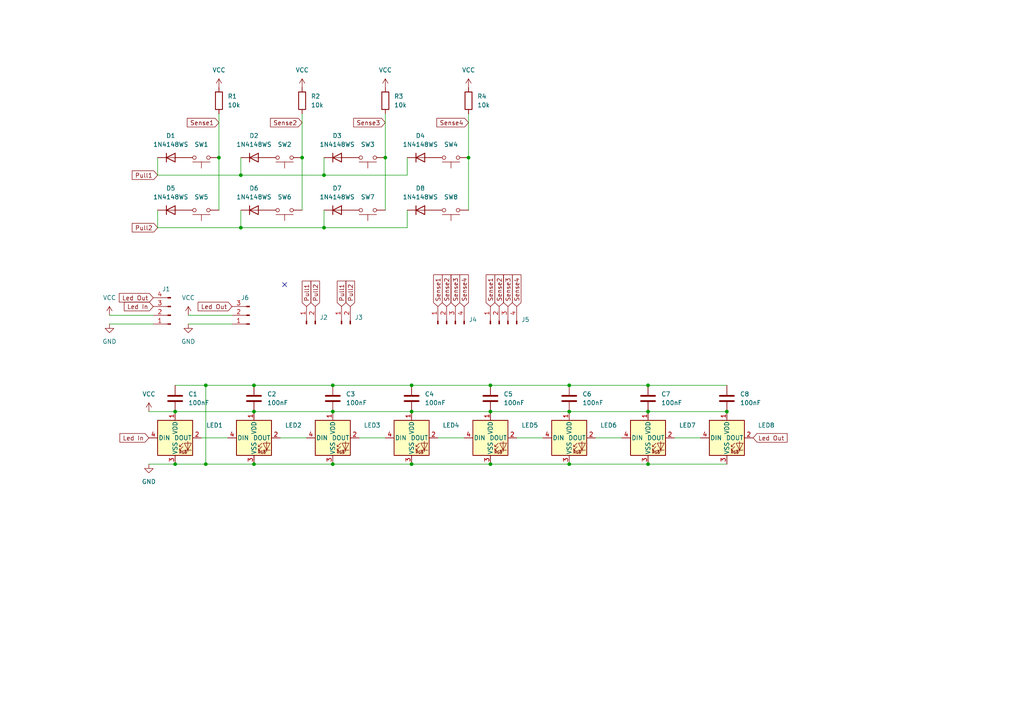
<source format=kicad_sch>
(kicad_sch (version 20230121) (generator eeschema)
  (paper "A4")
  (lib_symbols
    (symbol "Connector:Conn_01x02_Pin" (pin_names (offset 1.016) hide)
      (property "Reference" "J" (at 0 2.54 0))
      (property "Value" "Conn_01x02_Pin" (at 0 -5.08 0))
      (symbol "Conn_01x02_Pin_1_1"
        (polyline (pts (xy 1.27 -2.54) (xy 0.8636 -2.54)) (stroke (width 0.1524)))
        (polyline (pts (xy 1.27 0) (xy 0.8636 0)) (stroke (width 0.1524)))
        (rectangle (start 0.8636 -2.413) (end 0 -2.667) (stroke (width 0.1524)) (fill (type outline)))
        (rectangle (start 0.8636 0.127) (end 0 -0.127) (stroke (width 0.1524)) (fill (type outline)))
        (pin passive line (at 5.08 0 180) (length 3.81) (name "Pin_1") (number "1"))
        (pin passive line (at 5.08 -2.54 180) (length 3.81) (name "Pin_2") (number "2"))
      )
    )
    (symbol "Connector:Conn_01x03_Pin" (pin_names (offset 1.016) hide)
      (property "Reference" "J" (at 0 5.08 0))
      (property "Value" "Conn_01x03_Pin" (at 0 -5.08 0))
      (symbol "Conn_01x03_Pin_1_1"
        (polyline (pts (xy 1.27 -2.54) (xy 0.8636 -2.54)) (stroke (width 0.1524)))
        (polyline (pts (xy 1.27 0) (xy 0.8636 0)) (stroke (width 0.1524)))
        (polyline (pts (xy 1.27 2.54) (xy 0.8636 2.54)) (stroke (width 0.1524)))
        (rectangle (start 0.8636 -2.413) (end 0 -2.667) (stroke (width 0.1524)) (fill (type outline)))
        (rectangle (start 0.8636 0.127) (end 0 -0.127) (stroke (width 0.1524)) (fill (type outline)))
        (rectangle (start 0.8636 2.667) (end 0 2.413) (stroke (width 0.1524)) (fill (type outline)))
        (pin passive line (at 5.08 2.54 180) (length 3.81) (name "Pin_1") (number "1"))
        (pin passive line (at 5.08 0 180) (length 3.81) (name "Pin_2") (number "2"))
        (pin passive line (at 5.08 -2.54 180) (length 3.81) (name "Pin_3") (number "3"))
      )
    )
    (symbol "Connector:Conn_01x04_Pin" (pin_names (offset 1.016) hide)
      (property "Reference" "J" (at 0 5.08 0))
      (property "Value" "Conn_01x04_Pin" (at 0 -7.62 0))
      (symbol "Conn_01x04_Pin_1_1"
        (polyline (pts (xy 1.27 -5.08) (xy 0.8636 -5.08)) (stroke (width 0.1524)))
        (polyline (pts (xy 1.27 -2.54) (xy 0.8636 -2.54)) (stroke (width 0.1524)))
        (polyline (pts (xy 1.27 0) (xy 0.8636 0)) (stroke (width 0.1524)))
        (polyline (pts (xy 1.27 2.54) (xy 0.8636 2.54)) (stroke (width 0.1524)))
        (rectangle (start 0.8636 -4.953) (end 0 -5.207) (stroke (width 0.1524)) (fill (type outline)))
        (rectangle (start 0.8636 -2.413) (end 0 -2.667) (stroke (width 0.1524)) (fill (type outline)))
        (rectangle (start 0.8636 0.127) (end 0 -0.127) (stroke (width 0.1524)) (fill (type outline)))
        (rectangle (start 0.8636 2.667) (end 0 2.413) (stroke (width 0.1524)) (fill (type outline)))
        (pin passive line (at 5.08 2.54 180) (length 3.81) (name "Pin_1") (number "1"))
        (pin passive line (at 5.08 0 180) (length 3.81) (name "Pin_2") (number "2"))
        (pin passive line (at 5.08 -2.54 180) (length 3.81) (name "Pin_3") (number "3"))
        (pin passive line (at 5.08 -5.08 180) (length 3.81) (name "Pin_4") (number "4"))
      )
    )
    (symbol "Device:C" (pin_numbers hide) (pin_names (offset 0.254))
      (property "Reference" "C" (at 0.635 2.54 0))
      (property "Value" "C" (at 0.635 -2.54 0))
      (symbol "C_0_1"
        (polyline (pts (xy -2.032 -0.762) (xy 2.032 -0.762)) (stroke (width 0.508)))
        (polyline (pts (xy -2.032 0.762) (xy 2.032 0.762)) (stroke (width 0.508)))
      )
      (symbol "C_1_1"
        (pin passive line (at 0 3.81 270) (length 2.794) (name "~") (number "1"))
        (pin passive line (at 0 -3.81 90) (length 2.794) (name "~") (number "2"))
      )
    )
    (symbol "Device:R" (pin_numbers hide) (pin_names (offset 0))
      (property "Reference" "R" (at 2.032 0 90))
      (property "Value" "R" (at 0 0 90))
      (symbol "R_0_1"
        (rectangle (start -1.016 -2.54) (end 1.016 2.54) (stroke (width 0.254)))
      )
      (symbol "R_1_1"
        (pin passive line (at 0 3.81 270) (length 1.27) (name "~") (number "1"))
        (pin passive line (at 0 -3.81 90) (length 1.27) (name "~") (number "2"))
      )
    )
    (symbol "Diode:1N4148WS" (pin_numbers hide) (pin_names hide)
      (property "Reference" "D" (at 0 2.54 0))
      (property "Value" "1N4148WS" (at 0 -2.54 0))
      (symbol "1N4148WS_0_1"
        (polyline (pts (xy -1.27 1.27) (xy -1.27 -1.27)) (stroke (width 0.254)))
        (polyline (pts (xy 1.27 0) (xy -1.27 0)))
        (polyline (pts (xy 1.27 1.27) (xy 1.27 -1.27) (xy -1.27 0) (xy 1.27 1.27)) (stroke (width 0.254)))
      )
      (symbol "1N4148WS_1_1"
        (pin passive line (at -3.81 0 0) (length 2.54) (name "K") (number "1"))
        (pin passive line (at 3.81 0 180) (length 2.54) (name "A") (number "2"))
      )
    )
    (symbol "LED:WS2812B" (pin_names (offset 0.254))
      (property "Reference" "D" (at 5.08 5.715 0))
      (property "Value" "WS2812B" (at 1.27 -5.715 0))
      (symbol "WS2812B_0_0"
        (text "RGB" (at 2.286 -4.191 0) (effects (font (size 0.762 0.762))))
      )
      (symbol "WS2812B_0_1"
        (polyline (pts (xy 1.27 -3.556) (xy 1.778 -3.556)))
        (polyline (pts (xy 1.27 -2.54) (xy 1.778 -2.54)))
        (polyline (pts (xy 4.699 -3.556) (xy 2.667 -3.556)))
        (polyline (pts (xy 2.286 -2.54) (xy 1.27 -3.556) (xy 1.27 -3.048)))
        (polyline (pts (xy 2.286 -1.524) (xy 1.27 -2.54) (xy 1.27 -2.032)))
        (polyline (pts (xy 3.683 -1.016) (xy 3.683 -3.556) (xy 3.683 -4.064)))
        (polyline (pts (xy 4.699 -1.524) (xy 2.667 -1.524) (xy 3.683 -3.556) (xy 4.699 -1.524)))
        (rectangle (start 5.08 5.08) (end -5.08 -5.08) (stroke (width 0.254)) (fill (type background)))
      )
      (symbol "WS2812B_1_1"
        (pin power_in line (at 0 7.62 270) (length 2.54) (name "VDD") (number "1"))
        (pin output line (at 7.62 0 180) (length 2.54) (name "DOUT") (number "2"))
        (pin power_in line (at 0 -7.62 90) (length 2.54) (name "VSS") (number "3"))
        (pin input line (at -7.62 0 0) (length 2.54) (name "DIN") (number "4"))
      )
    )
    (symbol "Switch:SW_Push" (pin_numbers hide) (pin_names (offset 1.016) hide)
      (property "Reference" "SW" (at 1.27 2.54 0))
      (property "Value" "SW_Push" (at 0 -1.524 0))
      (symbol "SW_Push_0_1"
        (circle (center -2.032 0) (radius 0.508))
        (polyline (pts (xy 0 1.27) (xy 0 3.048)))
        (polyline (pts (xy 2.54 1.27) (xy -2.54 1.27)))
        (circle (center 2.032 0) (radius 0.508))
        (pin passive line (at -5.08 0 0) (length 2.54) (name "1") (number "1"))
        (pin passive line (at 5.08 0 180) (length 2.54) (name "2") (number "2"))
      )
    )
    (symbol "power:GND" (power) (pin_names (offset 0))
      (property "Value" "GND" (at 0 -3.81 0))
      (symbol "GND_0_1"
        (polyline (pts (xy 0 0) (xy 0 -1.27) (xy 1.27 -1.27) (xy 0 -2.54) (xy -1.27 -1.27) (xy 0 -1.27)))
      )
      (symbol "GND_1_1"
        (pin power_in line (at 0 0 270) (length 0) hide (name "GND") (number "1"))
      )
    )
    (symbol "power:VCC" (power) (pin_names (offset 0))
      (property "Value" "VCC" (at 0 3.81 0))
      (symbol "VCC_0_1"
        (polyline (pts (xy -0.762 1.27) (xy 0 2.54)))
        (polyline (pts (xy 0 0) (xy 0 2.54)))
        (polyline (pts (xy 0 2.54) (xy 0.762 1.27)))
      )
      (symbol "VCC_1_1"
        (pin power_in line (at 0 0 90) (length 0) hide (name "VCC") (number "1"))
      )
    )
  )
  (junction (at 73.66 119.38))
  (junction (at 73.66 111.76))
  (junction (at 111.76 45.72))
  (junction (at 69.85 50.8))
  (junction (at 165.1 119.38))
  (junction (at 96.52 111.76))
  (junction (at 73.66 134.62))
  (junction (at 165.1 111.76))
  (junction (at 96.52 119.38))
  (junction (at 63.5 45.72))
  (junction (at 87.63 45.72))
  (junction (at 142.24 119.38))
  (junction (at 59.69 134.62))
  (junction (at 96.52 134.62))
  (junction (at 119.38 111.76))
  (junction (at 187.96 119.38))
  (junction (at 119.38 119.38))
  (junction (at 59.69 111.76))
  (junction (at 135.89 45.72))
  (junction (at 187.96 134.62))
  (junction (at 210.82 119.38))
  (junction (at 93.98 66.04))
  (junction (at 165.1 134.62))
  (junction (at 142.24 111.76))
  (junction (at 69.85 66.04))
  (junction (at 50.8 119.38))
  (junction (at 142.24 134.62))
  (junction (at 50.8 134.62))
  (junction (at 119.38 134.62))
  (junction (at 187.96 111.76))
  (junction (at 93.98 50.8))
  (no_connect (at 82.55 82.55))
  (wire (pts (xy 187.96 119.38) (xy 210.82 119.38)))
  (wire (pts (xy 187.96 111.76) (xy 210.82 111.76)))
  (wire (pts (xy 43.18 134.62) (xy 50.8 134.62)))
  (wire (pts (xy 118.11 45.72) (xy 118.11 50.8)))
  (wire (pts (xy 63.5 45.72) (xy 63.5 60.96)))
  (wire (pts (xy 59.69 134.62) (xy 73.66 134.62)))
  (wire (pts (xy 31.75 93.98) (xy 44.45 93.98)))
  (wire (pts (xy 96.52 134.62) (xy 119.38 134.62)))
  (wire (pts (xy 127 127) (xy 134.62 127)))
  (wire (pts (xy 45.72 45.72) (xy 45.72 50.8)))
  (wire (pts (xy 63.5 33.02) (xy 63.5 45.72)))
  (wire (pts (xy 142.24 134.62) (xy 165.1 134.62)))
  (wire (pts (xy 50.8 134.62) (xy 59.69 134.62)))
  (wire (pts (xy 73.66 134.62) (xy 96.52 134.62)))
  (wire (pts (xy 73.66 111.76) (xy 96.52 111.76)))
  (wire (pts (xy 58.42 127) (xy 66.04 127)))
  (wire (pts (xy 59.69 111.76) (xy 59.69 134.62)))
  (wire (pts (xy 69.85 45.72) (xy 69.85 50.8)))
  (wire (pts (xy 118.11 60.96) (xy 118.11 66.04)))
  (wire (pts (xy 50.8 111.76) (xy 59.69 111.76)))
  (wire (pts (xy 31.75 91.44) (xy 44.45 91.44)))
  (wire (pts (xy 50.8 119.38) (xy 73.66 119.38)))
  (wire (pts (xy 81.28 127) (xy 88.9 127)))
  (wire (pts (xy 96.52 111.76) (xy 119.38 111.76)))
  (wire (pts (xy 119.38 111.76) (xy 142.24 111.76)))
  (wire (pts (xy 69.85 60.96) (xy 69.85 66.04)))
  (wire (pts (xy 45.72 60.96) (xy 45.72 66.04)))
  (wire (pts (xy 93.98 60.96) (xy 93.98 66.04)))
  (wire (pts (xy 165.1 134.62) (xy 187.96 134.62)))
  (wire (pts (xy 135.89 33.02) (xy 135.89 45.72)))
  (wire (pts (xy 96.52 119.38) (xy 119.38 119.38)))
  (wire (pts (xy 69.85 66.04) (xy 93.98 66.04)))
  (wire (pts (xy 119.38 119.38) (xy 142.24 119.38)))
  (wire (pts (xy 73.66 119.38) (xy 96.52 119.38)))
  (wire (pts (xy 93.98 50.8) (xy 118.11 50.8)))
  (wire (pts (xy 142.24 119.38) (xy 165.1 119.38)))
  (wire (pts (xy 165.1 111.76) (xy 187.96 111.76)))
  (wire (pts (xy 149.86 127) (xy 157.48 127)))
  (wire (pts (xy 165.1 119.38) (xy 187.96 119.38)))
  (wire (pts (xy 43.18 119.38) (xy 50.8 119.38)))
  (wire (pts (xy 69.85 50.8) (xy 93.98 50.8)))
  (wire (pts (xy 45.72 50.8) (xy 69.85 50.8)))
  (wire (pts (xy 59.69 111.76) (xy 73.66 111.76)))
  (wire (pts (xy 87.63 45.72) (xy 87.63 60.96)))
  (wire (pts (xy 135.89 45.72) (xy 135.89 60.96)))
  (wire (pts (xy 54.61 91.44) (xy 67.31 91.44)))
  (wire (pts (xy 142.24 111.76) (xy 165.1 111.76)))
  (wire (pts (xy 54.61 93.98) (xy 67.31 93.98)))
  (wire (pts (xy 195.58 127) (xy 203.2 127)))
  (wire (pts (xy 111.76 33.02) (xy 111.76 45.72)))
  (wire (pts (xy 119.38 134.62) (xy 142.24 134.62)))
  (wire (pts (xy 172.72 127) (xy 180.34 127)))
  (wire (pts (xy 93.98 45.72) (xy 93.98 50.8)))
  (wire (pts (xy 104.14 127) (xy 111.76 127)))
  (wire (pts (xy 93.98 66.04) (xy 118.11 66.04)))
  (wire (pts (xy 87.63 33.02) (xy 87.63 45.72)))
  (wire (pts (xy 45.72 66.04) (xy 69.85 66.04)))
  (wire (pts (xy 111.76 45.72) (xy 111.76 60.96)))
  (wire (pts (xy 187.96 134.62) (xy 210.82 134.62)))
  (global_label "Pull1" (shape input) (at 99.06 88.9 90) (property "Intersheetrefs" "${INTERSHEET_REFS}" (effects hide)))
  (global_label "Sense2" (shape input) (at 144.78 88.9 90) (property "Intersheetrefs" "${INTERSHEET_REFS}" (effects hide)))
  (global_label "Sense1" (shape input) (at 127 88.9 90) (property "Intersheetrefs" "${INTERSHEET_REFS}" (effects hide)))
  (global_label "Sense4" (shape input) (at 149.86 88.9 90) (property "Intersheetrefs" "${INTERSHEET_REFS}" (effects hide)))
  (global_label "Pull2" (shape input) (at 101.6 88.9 90) (property "Intersheetrefs" "${INTERSHEET_REFS}" (effects hide)))
  (global_label "Sense1" (shape input) (at 142.24 88.9 90) (property "Intersheetrefs" "${INTERSHEET_REFS}" (effects hide)))
  (global_label "Sense1" (shape input) (at 63.5 35.56 180) (property "Intersheetrefs" "${INTERSHEET_REFS}" (effects hide)))
  (global_label "Led In" (shape input) (at 43.18 127 180) (property "Intersheetrefs" "${INTERSHEET_REFS}" (effects hide)))
  (global_label "Led Out" (shape input) (at 44.45 86.36 180) (property "Intersheetrefs" "${INTERSHEET_REFS}" (effects hide)))
  (global_label "Sense3" (shape input) (at 147.32 88.9 90) (property "Intersheetrefs" "${INTERSHEET_REFS}" (effects hide)))
  (global_label "Sense2" (shape input) (at 129.54 88.9 90) (property "Intersheetrefs" "${INTERSHEET_REFS}" (effects hide)))
  (global_label "Sense3" (shape input) (at 111.76 35.56 180) (property "Intersheetrefs" "${INTERSHEET_REFS}" (effects hide)))
  (global_label "Sense4" (shape input) (at 135.89 35.56 180) (property "Intersheetrefs" "${INTERSHEET_REFS}" (effects hide)))
  (global_label "Pull2" (shape input) (at 91.44 88.9 90) (property "Intersheetrefs" "${INTERSHEET_REFS}" (effects hide)))
  (global_label "Led Out" (shape input) (at 218.44 127 0) (property "Intersheetrefs" "${INTERSHEET_REFS}" (effects hide)))
  (global_label "Sense4" (shape input) (at 134.62 88.9 90) (property "Intersheetrefs" "${INTERSHEET_REFS}" (effects hide)))
  (global_label "Pull1" (shape input) (at 45.72 50.8 180) (property "Intersheetrefs" "${INTERSHEET_REFS}" (effects hide)))
  (global_label "Led Out" (shape input) (at 67.31 88.9 180) (property "Intersheetrefs" "${INTERSHEET_REFS}" (effects hide)))
  (global_label "Pull2" (shape input) (at 45.72 66.04 180) (property "Intersheetrefs" "${INTERSHEET_REFS}" (effects hide)))
  (global_label "Pull1" (shape input) (at 88.9 88.9 90) (property "Intersheetrefs" "${INTERSHEET_REFS}" (effects hide)))
  (global_label "Sense2" (shape input) (at 87.63 35.56 180) (property "Intersheetrefs" "${INTERSHEET_REFS}" (effects hide)))
  (global_label "Sense3" (shape input) (at 132.08 88.9 90) (property "Intersheetrefs" "${INTERSHEET_REFS}" (effects hide)))
  (global_label "Led In" (shape input) (at 44.45 88.9 180) (property "Intersheetrefs" "${INTERSHEET_REFS}" (effects hide)))
  (symbol (lib_id "power:VCC") (at 111.76 25.4 0) (unit 1)
    (property "Reference" "#PWR05" (effects hide))
    (property "Value" "VCC" (at 111.76 20.32 0))
  )
  (symbol (lib_id "Device:R") (at 87.63 29.21 0) (unit 1)
    (property "Reference" "R2" (at 90.17 27.94 0) (effects (justify left)))
    (property "Value" "10k" (at 90.17 30.48 0) (effects (justify left)))
    (property "Footprint" "Resistor_SMD:R_0805_2012Metric_Pad1.20x1.40mm_HandSolder" (effects hide))
  )
  (symbol (lib_id "Diode:1N4148WS") (at 73.66 45.72 0) (unit 1)
    (property "Reference" "D2" (at 73.66 39.37 0))
    (property "Value" "1N4148WS" (at 73.66 41.91 0))
    (property "Footprint" "Diode_SMD:D_SOD-323" (effects hide))
    (property "Datasheet" "https://www.vishay.com/docs/85751/1n4148ws.pdf" (effects hide))
    (property "Sim.Device" "D" (effects hide))
    (property "Sim.Pins" "1=K 2=A" (effects hide))
  )
  (symbol (lib_id "Connector:Conn_01x02_Pin") (at 88.9 93.98 90) (unit 1)
    (property "Reference" "J2" (at 92.71 92.075 90) (effects (justify right)))
    (property "Value" "Conn_01x02_Pin" (effects hide))
    (property "Footprint" "Connector_PinHeader_2.54mm:PinHeader_1x02_P2.54mm_Vertical" (effects hide))
  )
  (symbol (lib_id "Connector:Conn_01x04_Pin") (at 129.54 93.98 90) (unit 1)
    (property "Reference" "J4" (at 137.16 92.71 90))
    (property "Value" "Conn_01x04_Pin" (effects hide))
    (property "Footprint" "Connector_PinHeader_2.54mm:PinHeader_1x04_P2.54mm_Vertical" (effects hide))
  )
  (symbol (lib_id "power:VCC") (at 54.61 91.44 0) (unit 1)
    (property "Reference" "#PWR09" (effects hide))
    (property "Value" "VCC" (at 54.61 86.36 0))
  )
  (symbol (lib_id "Diode:1N4148WS") (at 121.92 45.72 0) (unit 1)
    (property "Reference" "D4" (at 121.92 39.37 0))
    (property "Value" "1N4148WS" (at 121.92 41.91 0))
    (property "Footprint" "Diode_SMD:D_SOD-323" (effects hide))
    (property "Datasheet" "https://www.vishay.com/docs/85751/1n4148ws.pdf" (effects hide))
    (property "Sim.Device" "D" (effects hide))
    (property "Sim.Pins" "1=K 2=A" (effects hide))
  )
  (symbol (lib_id "Device:R") (at 135.89 29.21 0) (unit 1)
    (property "Reference" "R4" (at 138.43 27.94 0) (effects (justify left)))
    (property "Value" "10k" (at 138.43 30.48 0) (effects (justify left)))
    (property "Footprint" "Resistor_SMD:R_0805_2012Metric_Pad1.20x1.40mm_HandSolder" (effects hide))
  )
  (symbol (lib_id "Connector:Conn_01x04_Pin") (at 144.78 93.98 90) (unit 1)
    (property "Reference" "J5" (at 152.4 92.71 90))
    (property "Value" "Conn_01x04_Pin" (effects hide))
    (property "Footprint" "Connector_PinHeader_2.54mm:PinHeader_1x04_P2.54mm_Vertical" (effects hide))
  )
  (symbol (lib_id "Device:R") (at 63.5 29.21 0) (unit 1)
    (property "Reference" "R1" (at 66.04 27.94 0) (effects (justify left)))
    (property "Value" "10k" (at 66.04 30.48 0) (effects (justify left)))
    (property "Footprint" "Resistor_SMD:R_0805_2012Metric_Pad1.20x1.40mm_HandSolder" (effects hide))
  )
  (symbol (lib_id "Switch:SW_Push") (at 82.55 60.96 180) (unit 1)
    (property "Reference" "SW6" (at 82.55 57.15 0))
    (property "Value" "SW_Push" (effects hide))
    (property "Footprint" "Button_Switch_Keyboard:SW_Cherry_MX_1.00u_PCB" (effects hide))
  )
  (symbol (lib_id "Diode:1N4148WS") (at 97.79 45.72 0) (unit 1)
    (property "Reference" "D3" (at 97.79 39.37 0))
    (property "Value" "1N4148WS" (at 97.79 41.91 0))
    (property "Footprint" "Diode_SMD:D_SOD-323" (effects hide))
    (property "Datasheet" "https://www.vishay.com/docs/85751/1n4148ws.pdf" (effects hide))
    (property "Sim.Device" "D" (effects hide))
    (property "Sim.Pins" "1=K 2=A" (effects hide))
  )
  (symbol (lib_id "Switch:SW_Push") (at 106.68 60.96 180) (unit 1)
    (property "Reference" "SW7" (at 106.68 57.15 0))
    (property "Value" "SW_Push" (effects hide))
    (property "Footprint" "Button_Switch_Keyboard:SW_Cherry_MX_1.00u_PCB" (effects hide))
  )
  (symbol (lib_id "Diode:1N4148WS") (at 121.92 60.96 0) (unit 1)
    (property "Reference" "D8" (at 121.92 54.61 0))
    (property "Value" "1N4148WS" (at 121.92 57.15 0))
    (property "Footprint" "Diode_SMD:D_SOD-323" (effects hide))
    (property "Datasheet" "https://www.vishay.com/docs/85751/1n4148ws.pdf" (effects hide))
    (property "Sim.Device" "D" (effects hide))
    (property "Sim.Pins" "1=K 2=A" (effects hide))
  )
  (symbol (lib_id "Switch:SW_Push") (at 130.81 60.96 180) (unit 1)
    (property "Reference" "SW8" (at 130.81 57.15 0))
    (property "Value" "SW_Push" (effects hide))
    (property "Footprint" "Button_Switch_Keyboard:SW_Cherry_MX_1.00u_PCB" (effects hide))
  )
  (symbol (lib_id "power:VCC") (at 31.75 91.44 0) (unit 1)
    (property "Reference" "#PWR08" (effects hide))
    (property "Value" "VCC" (at 31.75 86.36 0))
  )
  (symbol (lib_id "Connector:Conn_01x02_Pin") (at 99.06 93.98 90) (unit 1)
    (property "Reference" "J3" (at 102.87 92.075 90) (effects (justify right)))
    (property "Value" "Conn_01x02_Pin" (effects hide))
    (property "Footprint" "Connector_PinHeader_2.54mm:PinHeader_1x02_P2.54mm_Vertical" (effects hide))
  )
  (symbol (lib_id "Connector:Conn_01x04_Pin") (at 49.53 91.44 180) (unit 1)
    (property "Reference" "J1" (at 46.99 83.82 0) (effects (justify right)))
    (property "Value" "Conn_01x04_Pin" (effects hide))
    (property "Footprint" "Connector_PinHeader_2.54mm:PinHeader_1x04_P2.54mm_Vertical" (effects hide))
  )
  (symbol (lib_id "Device:C") (at 210.82 115.57 0) (unit 1)
    (property "Reference" "C8" (at 214.63 114.3 0) (effects (justify left)))
    (property "Value" "100nF" (at 214.63 116.84 0) (effects (justify left)))
    (property "Footprint" "Capacitor_SMD:C_0805_2012Metric_Pad1.18x1.45mm_HandSolder" (effects hide))
  )
  (symbol (lib_id "LED:WS2812B") (at 96.52 127 0) (unit 1)
    (property "Reference" "LED3" (at 107.95 123.3521 0))
    (property "Value" "WS2812B" (effects hide))
    (property "Footprint" "Library:WS2812_embedded" (effects hide))
    (property "Datasheet" "https://cdn-shop.adafruit.com/datasheets/WS2812B.pdf" (effects hide))
  )
  (symbol (lib_id "LED:WS2812B") (at 142.24 127 0) (unit 1)
    (property "Reference" "LED5" (at 153.67 123.3521 0))
    (property "Value" "WS2812B" (effects hide))
    (property "Footprint" "Library:WS2812_embedded" (effects hide))
    (property "Datasheet" "https://cdn-shop.adafruit.com/datasheets/WS2812B.pdf" (effects hide))
  )
  (symbol (lib_id "power:VCC") (at 87.63 25.4 0) (unit 1)
    (property "Reference" "#PWR04" (effects hide))
    (property "Value" "VCC" (at 87.63 20.32 0))
  )
  (symbol (lib_id "Diode:1N4148WS") (at 97.79 60.96 0) (unit 1)
    (property "Reference" "D7" (at 97.79 54.61 0))
    (property "Value" "1N4148WS" (at 97.79 57.15 0))
    (property "Footprint" "Diode_SMD:D_SOD-323" (effects hide))
    (property "Datasheet" "https://www.vishay.com/docs/85751/1n4148ws.pdf" (effects hide))
    (property "Sim.Device" "D" (effects hide))
    (property "Sim.Pins" "1=K 2=A" (effects hide))
  )
  (symbol (lib_id "Switch:SW_Push") (at 130.81 45.72 180) (unit 1)
    (property "Reference" "SW4" (at 130.81 41.91 0))
    (property "Value" "SW_Push" (effects hide))
    (property "Footprint" "Button_Switch_Keyboard:SW_Cherry_MX_1.00u_PCB" (effects hide))
  )
  (symbol (lib_id "power:GND") (at 54.61 93.98 0) (mirror y) (unit 1)
    (property "Reference" "#PWR010" (effects hide))
    (property "Value" "GND" (at 54.61 99.06 0))
  )
  (symbol (lib_id "LED:WS2812B") (at 73.66 127 0) (unit 1)
    (property "Reference" "LED2" (at 85.09 123.3521 0))
    (property "Value" "WS2812B" (effects hide))
    (property "Footprint" "Library:WS2812_embedded" (effects hide))
    (property "Datasheet" "https://cdn-shop.adafruit.com/datasheets/WS2812B.pdf" (effects hide))
  )
  (symbol (lib_id "Diode:1N4148WS") (at 73.66 60.96 0) (unit 1)
    (property "Reference" "D6" (at 73.66 54.61 0))
    (property "Value" "1N4148WS" (at 73.66 57.15 0))
    (property "Footprint" "Diode_SMD:D_SOD-323" (effects hide))
    (property "Datasheet" "https://www.vishay.com/docs/85751/1n4148ws.pdf" (effects hide))
    (property "Sim.Device" "D" (effects hide))
    (property "Sim.Pins" "1=K 2=A" (effects hide))
  )
  (symbol (lib_id "Switch:SW_Push") (at 58.42 60.96 180) (unit 1)
    (property "Reference" "SW5" (at 58.42 57.15 0))
    (property "Value" "SW_Push" (effects hide))
    (property "Footprint" "Button_Switch_Keyboard:SW_Cherry_MX_1.00u_PCB" (effects hide))
  )
  (symbol (lib_id "Device:C") (at 50.8 115.57 0) (unit 1)
    (property "Reference" "C1" (at 54.61 114.3 0) (effects (justify left)))
    (property "Value" "100nF" (at 54.61 116.84 0) (effects (justify left)))
    (property "Footprint" "Capacitor_SMD:C_0805_2012Metric_Pad1.18x1.45mm_HandSolder" (effects hide))
  )
  (symbol (lib_id "LED:WS2812B") (at 165.1 127 0) (unit 1)
    (property "Reference" "LED6" (at 176.53 123.3521 0))
    (property "Value" "WS2812B" (effects hide))
    (property "Footprint" "Library:WS2812_embedded" (effects hide))
    (property "Datasheet" "https://cdn-shop.adafruit.com/datasheets/WS2812B.pdf" (effects hide))
  )
  (symbol (lib_id "LED:WS2812B") (at 187.96 127 0) (unit 1)
    (property "Reference" "LED7" (at 199.39 123.3521 0))
    (property "Value" "WS2812B" (effects hide))
    (property "Footprint" "Library:WS2812_embedded" (effects hide))
    (property "Datasheet" "https://cdn-shop.adafruit.com/datasheets/WS2812B.pdf" (effects hide))
  )
  (symbol (lib_id "Device:C") (at 96.52 115.57 0) (unit 1)
    (property "Reference" "C3" (at 100.33 114.3 0) (effects (justify left)))
    (property "Value" "100nF" (at 100.33 116.84 0) (effects (justify left)))
    (property "Footprint" "Capacitor_SMD:C_0805_2012Metric_Pad1.18x1.45mm_HandSolder" (effects hide))
  )
  (symbol (lib_id "LED:WS2812B") (at 50.8 127 0) (unit 1)
    (property "Reference" "LED1" (at 62.23 123.3521 0))
    (property "Value" "WS2812B" (effects hide))
    (property "Footprint" "Library:WS2812_embedded" (effects hide))
    (property "Datasheet" "https://cdn-shop.adafruit.com/datasheets/WS2812B.pdf" (effects hide))
  )
  (symbol (lib_id "power:VCC") (at 63.5 25.4 0) (unit 1)
    (property "Reference" "#PWR03" (effects hide))
    (property "Value" "VCC" (at 63.5 20.32 0))
  )
  (symbol (lib_id "power:GND") (at 43.18 134.62 0) (mirror y) (unit 1)
    (property "Reference" "#PWR01" (effects hide))
    (property "Value" "GND" (at 43.18 139.7 0))
  )
  (symbol (lib_id "Device:C") (at 142.24 115.57 0) (unit 1)
    (property "Reference" "C5" (at 146.05 114.3 0) (effects (justify left)))
    (property "Value" "100nF" (at 146.05 116.84 0) (effects (justify left)))
    (property "Footprint" "Capacitor_SMD:C_0805_2012Metric_Pad1.18x1.45mm_HandSolder" (effects hide))
  )
  (symbol (lib_id "Device:C") (at 165.1 115.57 0) (unit 1)
    (property "Reference" "C6" (at 168.91 114.3 0) (effects (justify left)))
    (property "Value" "100nF" (at 168.91 116.84 0) (effects (justify left)))
    (property "Footprint" "Capacitor_SMD:C_0805_2012Metric_Pad1.18x1.45mm_HandSolder" (effects hide))
  )
  (symbol (lib_id "Diode:1N4148WS") (at 49.53 60.96 0) (unit 1)
    (property "Reference" "D5" (at 49.53 54.61 0))
    (property "Value" "1N4148WS" (at 49.53 57.15 0))
    (property "Footprint" "Diode_SMD:D_SOD-323" (effects hide))
    (property "Datasheet" "https://www.vishay.com/docs/85751/1n4148ws.pdf" (effects hide))
    (property "Sim.Device" "D" (effects hide))
    (property "Sim.Pins" "1=K 2=A" (effects hide))
  )
  (symbol (lib_id "Device:C") (at 119.38 115.57 0) (unit 1)
    (property "Reference" "C4" (at 123.19 114.3 0) (effects (justify left)))
    (property "Value" "100nF" (at 123.19 116.84 0) (effects (justify left)))
    (property "Footprint" "Capacitor_SMD:C_0805_2012Metric_Pad1.18x1.45mm_HandSolder" (effects hide))
  )
  (symbol (lib_id "Diode:1N4148WS") (at 49.53 45.72 0) (unit 1)
    (property "Reference" "D1" (at 49.53 39.37 0))
    (property "Value" "1N4148WS" (at 49.53 41.91 0))
    (property "Footprint" "Diode_SMD:D_SOD-323" (effects hide))
    (property "Datasheet" "https://www.vishay.com/docs/85751/1n4148ws.pdf" (effects hide))
    (property "Sim.Device" "D" (effects hide))
    (property "Sim.Pins" "1=K 2=A" (effects hide))
  )
  (symbol (lib_id "Device:C") (at 73.66 115.57 0) (unit 1)
    (property "Reference" "C2" (at 77.47 114.3 0) (effects (justify left)))
    (property "Value" "100nF" (at 77.47 116.84 0) (effects (justify left)))
    (property "Footprint" "Capacitor_SMD:C_0805_2012Metric_Pad1.18x1.45mm_HandSolder" (effects hide))
  )
  (symbol (lib_id "power:VCC") (at 135.89 25.4 0) (unit 1)
    (property "Reference" "#PWR06" (effects hide))
    (property "Value" "VCC" (at 135.89 20.32 0))
  )
  (symbol (lib_id "power:VCC") (at 43.18 119.38 0) (unit 1)
    (property "Reference" "#PWR02" (effects hide))
    (property "Value" "VCC" (at 43.18 114.3 0))
  )
  (symbol (lib_id "Switch:SW_Push") (at 82.55 45.72 180) (unit 1)
    (property "Reference" "SW2" (at 82.55 41.91 0))
    (property "Value" "SW_Push" (effects hide))
    (property "Footprint" "Button_Switch_Keyboard:SW_Cherry_MX_1.00u_PCB" (effects hide))
  )
  (symbol (lib_id "Device:R") (at 111.76 29.21 0) (unit 1)
    (property "Reference" "R3" (at 114.3 27.94 0) (effects (justify left)))
    (property "Value" "10k" (at 114.3 30.48 0) (effects (justify left)))
    (property "Footprint" "Resistor_SMD:R_0805_2012Metric_Pad1.20x1.40mm_HandSolder" (effects hide))
  )
  (symbol (lib_id "Switch:SW_Push") (at 106.68 45.72 180) (unit 1)
    (property "Reference" "SW3" (at 106.68 41.91 0))
    (property "Value" "SW_Push" (effects hide))
    (property "Footprint" "Button_Switch_Keyboard:SW_Cherry_MX_1.00u_PCB" (effects hide))
  )
  (symbol (lib_id "Connector:Conn_01x03_Pin") (at 72.39 91.44 180) (unit 1)
    (property "Reference" "J6" (at 69.85 86.36 0) (effects (justify right)))
    (property "Value" "Conn_01x03_Pin" (effects hide))
    (property "Footprint" "Connector_PinHeader_2.54mm:PinHeader_1x03_P2.54mm_Vertical" (effects hide))
  )
  (symbol (lib_id "LED:WS2812B") (at 210.82 127 0) (unit 1)
    (property "Reference" "LED8" (at 222.25 123.3521 0))
    (property "Value" "WS2812B" (effects hide))
    (property "Footprint" "Library:WS2812_embedded" (effects hide))
    (property "Datasheet" "https://cdn-shop.adafruit.com/datasheets/WS2812B.pdf" (effects hide))
  )
  (symbol (lib_id "LED:WS2812B") (at 119.38 127 0) (unit 1)
    (property "Reference" "LED4" (at 130.81 123.3521 0))
    (property "Value" "WS2812B" (effects hide))
    (property "Footprint" "Library:WS2812_embedded" (effects hide))
    (property "Datasheet" "https://cdn-shop.adafruit.com/datasheets/WS2812B.pdf" (effects hide))
  )
  (symbol (lib_id "Switch:SW_Push") (at 58.42 45.72 180) (unit 1)
    (property "Reference" "SW1" (at 58.42 41.91 0))
    (property "Value" "SW_Push" (effects hide))
    (property "Footprint" "Button_Switch_Keyboard:SW_Cherry_MX_1.00u_PCB" (effects hide))
  )
  (symbol (lib_id "Device:C") (at 187.96 115.57 0) (unit 1)
    (property "Reference" "C7" (at 191.77 114.3 0) (effects (justify left)))
    (property "Value" "100nF" (at 191.77 116.84 0) (effects (justify left)))
    (property "Footprint" "Capacitor_SMD:C_0805_2012Metric_Pad1.18x1.45mm_HandSolder" (effects hide))
  )
  (symbol (lib_id "power:GND") (at 31.75 93.98 0) (mirror y) (unit 1)
    (property "Reference" "#PWR07" (effects hide))
    (property "Value" "GND" (at 31.75 99.06 0))
  )
)
</source>
